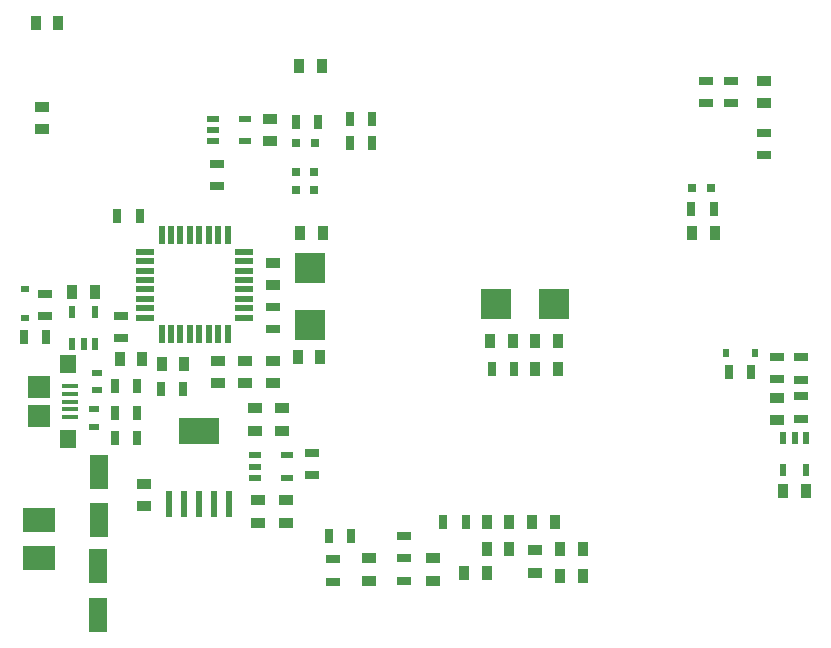
<source format=gtp>
G04*
G04 #@! TF.GenerationSoftware,Altium Limited,Altium Designer,20.0.13 (296)*
G04*
G04 Layer_Color=8421504*
%FSLAX44Y44*%
%MOMM*%
G71*
G01*
G75*
%ADD17R,1.3000X0.9000*%
%ADD18R,0.9000X1.3000*%
%ADD19R,3.5000X2.2000*%
%ADD20R,0.6000X2.2000*%
%ADD21R,2.5000X2.6000*%
%ADD22R,2.6000X2.5000*%
%ADD23R,0.5588X0.6858*%
%ADD24R,0.6858X0.5588*%
%ADD25R,1.6000X3.0000*%
%ADD26R,1.0000X0.5500*%
%ADD27R,0.5500X1.0000*%
%ADD28R,2.7000X2.0000*%
%ADD29R,0.8000X0.8000*%
%ADD30R,1.3500X0.4000*%
%ADD31R,1.4000X1.6000*%
%ADD32R,1.9000X1.9000*%
%ADD33R,0.5500X1.5000*%
%ADD34R,1.5000X0.5500*%
%ADD35R,1.3000X0.7000*%
%ADD36R,0.7000X1.3000*%
%ADD37R,0.9000X0.6000*%
D17*
X205000Y195500D02*
D03*
Y176500D02*
D03*
X442000Y75000D02*
D03*
Y56000D02*
D03*
X197000Y235500D02*
D03*
Y216500D02*
D03*
X111000Y112500D02*
D03*
Y131500D02*
D03*
X208000Y98500D02*
D03*
Y117500D02*
D03*
X220000Y235500D02*
D03*
Y216500D02*
D03*
Y318500D02*
D03*
Y299500D02*
D03*
X174000Y216500D02*
D03*
Y235500D02*
D03*
X25000Y450500D02*
D03*
Y431500D02*
D03*
X636250Y453750D02*
D03*
Y472750D02*
D03*
X301750Y68500D02*
D03*
Y49500D02*
D03*
X356000Y68500D02*
D03*
Y49500D02*
D03*
X218000Y421500D02*
D03*
Y440500D02*
D03*
X228000Y195500D02*
D03*
Y176500D02*
D03*
X647000Y185500D02*
D03*
Y204500D02*
D03*
X231000Y117500D02*
D03*
Y98500D02*
D03*
D18*
X482500Y53000D02*
D03*
X463500D02*
D03*
X482500Y76000D02*
D03*
X463500D02*
D03*
X242500Y485000D02*
D03*
X261500D02*
D03*
X420500Y76000D02*
D03*
X401500D02*
D03*
X575500Y344000D02*
D03*
X594500D02*
D03*
X145250Y233000D02*
D03*
X126250D02*
D03*
X262500Y344000D02*
D03*
X243500D02*
D03*
X260500Y239000D02*
D03*
X241500D02*
D03*
X401500Y56000D02*
D03*
X382500D02*
D03*
X38500Y522000D02*
D03*
X19500D02*
D03*
X442500Y229000D02*
D03*
X461500D02*
D03*
X401500Y99000D02*
D03*
X420500D02*
D03*
X459000D02*
D03*
X440000D02*
D03*
X461500Y252000D02*
D03*
X442500D02*
D03*
X404500D02*
D03*
X423500D02*
D03*
X671500Y125750D02*
D03*
X652500D02*
D03*
X69500Y294000D02*
D03*
X50500D02*
D03*
X109500Y237000D02*
D03*
X90500D02*
D03*
D19*
X158000Y176000D02*
D03*
D20*
X183400Y114000D02*
D03*
X170700D02*
D03*
X158000D02*
D03*
X145300D02*
D03*
X132600D02*
D03*
D21*
X458500Y284000D02*
D03*
X409500D02*
D03*
D22*
X252000Y314500D02*
D03*
Y265500D02*
D03*
D23*
X603808Y242000D02*
D03*
X628192D02*
D03*
D24*
X10000Y296192D02*
D03*
Y271808D02*
D03*
D25*
X73000Y141500D02*
D03*
Y100500D02*
D03*
X72000Y61500D02*
D03*
Y20500D02*
D03*
D26*
X196500Y421500D02*
D03*
Y440500D02*
D03*
X169500Y421500D02*
D03*
Y431000D02*
D03*
Y440500D02*
D03*
X232500Y136500D02*
D03*
Y155500D02*
D03*
X205500Y136500D02*
D03*
Y146000D02*
D03*
Y155500D02*
D03*
D27*
X69500Y276500D02*
D03*
X50500D02*
D03*
X69500Y249500D02*
D03*
X60000D02*
D03*
X50500D02*
D03*
X652500Y143000D02*
D03*
X671500D02*
D03*
X652500Y170000D02*
D03*
X662000D02*
D03*
X671500D02*
D03*
D28*
X22000Y101000D02*
D03*
Y69000D02*
D03*
D29*
X591000Y382000D02*
D03*
X575000D02*
D03*
X256000Y420000D02*
D03*
X240000D02*
D03*
X255500Y395750D02*
D03*
X239500D02*
D03*
X255500Y380250D02*
D03*
X239500D02*
D03*
D30*
X48745Y188000D02*
D03*
Y194500D02*
D03*
Y201000D02*
D03*
Y207500D02*
D03*
Y214000D02*
D03*
D31*
X46495Y233000D02*
D03*
Y169000D02*
D03*
D32*
X21995Y189000D02*
D03*
Y213000D02*
D03*
D33*
X182000Y258000D02*
D03*
X174000D02*
D03*
X166000D02*
D03*
X158000D02*
D03*
X150000D02*
D03*
X142000D02*
D03*
X134000D02*
D03*
X126000D02*
D03*
Y342000D02*
D03*
X134000D02*
D03*
X142000D02*
D03*
X150000D02*
D03*
X158000D02*
D03*
X166000D02*
D03*
X174000D02*
D03*
X182000D02*
D03*
D34*
X112000Y272000D02*
D03*
Y280000D02*
D03*
Y288000D02*
D03*
Y296000D02*
D03*
Y304000D02*
D03*
Y312000D02*
D03*
Y320000D02*
D03*
Y328000D02*
D03*
X196000D02*
D03*
Y320000D02*
D03*
Y312000D02*
D03*
Y304000D02*
D03*
Y296000D02*
D03*
Y288000D02*
D03*
Y280000D02*
D03*
Y272000D02*
D03*
D35*
X173000Y383500D02*
D03*
Y402500D02*
D03*
X92000Y254500D02*
D03*
Y273500D02*
D03*
X220000Y262500D02*
D03*
Y281500D02*
D03*
X608500Y472500D02*
D03*
Y453500D02*
D03*
X586750D02*
D03*
Y472500D02*
D03*
X636000Y428500D02*
D03*
Y409500D02*
D03*
X667250Y205500D02*
D03*
Y186500D02*
D03*
X27000Y273500D02*
D03*
Y292500D02*
D03*
X667500Y219500D02*
D03*
Y238500D02*
D03*
X271000Y67500D02*
D03*
Y48500D02*
D03*
X253000Y157500D02*
D03*
Y138500D02*
D03*
X647000Y219750D02*
D03*
Y238750D02*
D03*
X331000Y68500D02*
D03*
Y87500D02*
D03*
Y68500D02*
D03*
Y49500D02*
D03*
D36*
X304500Y440000D02*
D03*
X285500D02*
D03*
Y420000D02*
D03*
X304500D02*
D03*
X107500Y358000D02*
D03*
X88500D02*
D03*
X105500Y214000D02*
D03*
X86500D02*
D03*
Y191000D02*
D03*
X105500D02*
D03*
Y170000D02*
D03*
X86500D02*
D03*
X383500Y99000D02*
D03*
X364500D02*
D03*
X625500Y226000D02*
D03*
X606500D02*
D03*
X258750Y438000D02*
D03*
X239750D02*
D03*
X424500Y229000D02*
D03*
X405500D02*
D03*
X574500Y364000D02*
D03*
X593500D02*
D03*
X9500Y256000D02*
D03*
X28500D02*
D03*
X286500Y87000D02*
D03*
X267500D02*
D03*
X144500Y212000D02*
D03*
X125500D02*
D03*
D37*
X71750Y225500D02*
D03*
Y210500D02*
D03*
X69000Y179500D02*
D03*
Y194500D02*
D03*
M02*

</source>
